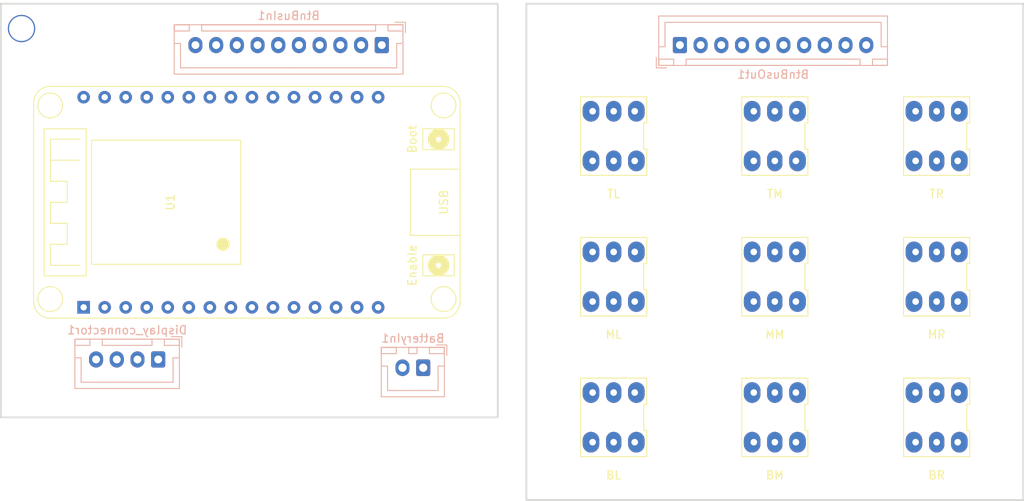
<source format=kicad_pcb>
(kicad_pcb (version 20241229) (generator "pcbnew") (generator_version "9.0")
  (layers (0 "F.Cu" signal) (2 "B.Cu" signal) (13 "F.Paste" user) (15 "B.Paste" user) (5 "F.SilkS" user "F.Silkscreen") (7 "B.SilkS" user "B.Silkscreen") (1 "F.Mask" user) (3 "B.Mask" user) (25 "Edge.Cuts" user))
  (net 0 "")
  (net 6 "GND")
  (net 22 "unconnected-(Display_connector1-SDA-Pad4)")
  (net 25 "GND1")
  (net 62 "Net-(BtnBusOut1-BR)")
  (net 63 "Net-(BtnBusIn1-TL)")
  (net 64 "Net-(BtnBusIn1-BL)")
  (net 65 "Net-(BtnBusIn1-ML)")
  (net 66 "Net-(BtnBusIn1-MR)")
  (net 67 "Net-(BtnBusIn1-TR)")
  (net 68 "Net-(BtnBusIn1-BR)")
  (net 69 "Net-(BtnBusIn1-MM)")
  (net 70 "Net-(BtnBusIn1-TM)")
  (net 71 "Net-(BtnBusIn1-BM)")
  (net 72 "Net-(BtnBusOut1-TR)")
  (net 73 "Net-(BtnBusOut1-TL)")
  (net 74 "Net-(BtnBusOut1-MR)")
  (net 75 "Net-(BtnBusOut1-MM)")
  (net 76 "Net-(BtnBusOut1-ML)")
  (net 77 "Net-(BtnBusOut1-TM)")
  (net 78 "Net-(BtnBusOut1-BM)")
  (net 79 "Net-(BtnBusOut1-BL)")
  (footprint "SW_DPDT_XLX:SW_DPDT_XLX" (layer "F.Cu") (at 105.46 62 180)
    (property "Reference" "BtnBM1" (hide yes))
    (property "Value" "BM" (at 0 -6.985 0) (layer "F.SilkS"))
    (fp_line (start 3.99 -4.75) (end -3.989999 -4.75) (stroke (width 0.12)) (layer "F.SilkS"))
    (fp_line (start 3.989999 4.75) (end 3.99 -4.75) (stroke (width 0.12)) (layer "F.SilkS"))
    (fp_line (start -3.63 1.583333) (end -3.99 1.583333) (stroke (width 0.12)) (layer "F.SilkS"))
    (fp_line (start -3.63 -1.583333) (end -3.63 1.583333) (stroke (width 0.12)) (layer "F.SilkS"))
    (fp_line (start -3.989999 -4.75) (end -3.99 -1.583333) (stroke (width 0.12)) (layer "F.SilkS"))
    (fp_line (start -3.99 4.75) (end 3.989999 4.75) (stroke (width 0.12)) (layer "F.SilkS"))
    (fp_line (start -3.99 1.583333) (end -3.99 4.75) (stroke (width 0.12)) (layer "F.SilkS"))
    (fp_line (start -3.99 -1.583333) (end -3.63 -1.583333) (stroke (width 0.12)) (layer "F.SilkS"))
    (pad "1" thru_hole oval (at -2.54 3 180) (size 2 2.5) (drill 0.8 (offset -0.2 0)) (layers "*.Cu"))
    (pad "2" thru_hole oval (at 0 3 180) (size 1.85 2.5) (drill 0.8) (layers "*.Cu") (net 78 "Net-(BtnBusOut1-BM)"))
    (pad "3" thru_hole oval (at 2.54 3 180) (size 2 2.5) (drill 0.8 (offset 0.2 0)) (layers "*.Cu") (net 25 "GND1"))
    (pad "4" thru_hole oval (at 2.54 -3 180) (size 2 2.5) (drill 0.8 (offset 0.2 0)) (layers "*.Cu"))
    (pad "5" thru_hole oval (at 0 -3 180) (size 1.85 2.5) (drill 0.8) (layers "*.Cu"))
    (pad "6" thru_hole oval (at -2.54 -3 180) (size 2 2.5) (drill 0.8 (offset -0.2 0)) (layers "*.Cu"))
  )
  (footprint "SW_DPDT_XLX:SW_DPDT_XLX" (layer "F.Cu") (at 86 45 180)
    (property "Reference" "BtnML1" (hide yes))
    (property "Value" "ML" (at 0 -6.985 0) (layer "F.SilkS"))
    (fp_line (start 3.99 -4.75) (end -3.989999 -4.75) (stroke (width 0.12)) (layer "F.SilkS"))
    (fp_line (start 3.989999 4.75) (end 3.99 -4.75) (stroke (width 0.12)) (layer "F.SilkS"))
    (fp_line (start -3.63 1.583333) (end -3.99 1.583333) (stroke (width 0.12)) (layer "F.SilkS"))
    (fp_line (start -3.63 -1.583333) (end -3.63 1.583333) (stroke (width 0.12)) (layer "F.SilkS"))
    (fp_line (start -3.989999 -4.75) (end -3.99 -1.583333) (stroke (width 0.12)) (layer "F.SilkS"))
    (fp_line (start -3.99 4.75) (end 3.989999 4.75) (stroke (width 0.12)) (layer "F.SilkS"))
    (fp_line (start -3.99 1.583333) (end -3.99 4.75) (stroke (width 0.12)) (layer "F.SilkS"))
    (fp_line (start -3.99 -1.583333) (end -3.63 -1.583333) (stroke (width 0.12)) (layer "F.SilkS"))
    (pad "1" thru_hole oval (at -2.54 3 180) (size 2 2.5) (drill 0.8 (offset -0.2 0)) (layers "*.Cu"))
    (pad "2" thru_hole oval (at 0 3 180) (size 1.85 2.5) (drill 0.8) (layers "*.Cu") (net 76 "Net-(BtnBusOut1-ML)"))
    (pad "3" thru_hole oval (at 2.54 3 180) (size 2 2.5) (drill 0.8 (offset 0.2 0)) (layers "*.Cu") (net 25 "GND1"))
    (pad "4" thru_hole oval (at 2.54 -3 180) (size 2 2.5) (drill 0.8 (offset 0.2 0)) (layers "*.Cu"))
    (pad "5" thru_hole oval (at 0 -3 180) (size 1.85 2.5) (drill 0.8) (layers "*.Cu"))
    (pad "6" thru_hole oval (at -2.54 -3 180) (size 2 2.5) (drill 0.8 (offset -0.2 0)) (layers "*.Cu"))
  )
  (footprint "SW_DPDT_XLX:SW_DPDT_XLX" (layer "F.Cu") (at 125 45 180)
    (property "Reference" "BtnMR1" (hide yes))
    (property "Value" "MR" (at 0 -6.985 0) (layer "F.SilkS"))
    (fp_line (start 3.99 -4.75) (end -3.989999 -4.75) (stroke (width 0.12)) (layer "F.SilkS"))
    (fp_line (start 3.989999 4.75) (end 3.99 -4.75) (stroke (width 0.12)) (layer "F.SilkS"))
    (fp_line (start -3.63 1.583333) (end -3.99 1.583333) (stroke (width 0.12)) (layer "F.SilkS"))
    (fp_line (start -3.63 -1.583333) (end -3.63 1.583333) (stroke (width 0.12)) (layer "F.SilkS"))
    (fp_line (start -3.989999 -4.75) (end -3.99 -1.583333) (stroke (width 0.12)) (layer "F.SilkS"))
    (fp_line (start -3.99 4.75) (end 3.989999 4.75) (stroke (width 0.12)) (layer "F.SilkS"))
    (fp_line (start -3.99 1.583333) (end -3.99 4.75) (stroke (width 0.12)) (layer "F.SilkS"))
    (fp_line (start -3.99 -1.583333) (end -3.63 -1.583333) (stroke (width 0.12)) (layer "F.SilkS"))
    (pad "1" thru_hole oval (at -2.54 3 180) (size 2 2.5) (drill 0.8 (offset -0.2 0)) (layers "*.Cu"))
    (pad "2" thru_hole oval (at 0 3 180) (size 1.85 2.5) (drill 0.8) (layers "*.Cu") (net 74 "Net-(BtnBusOut1-MR)"))
    (pad "3" thru_hole oval (at 2.54 3 180) (size 2 2.5) (drill 0.8 (offset 0.2 0)) (layers "*.Cu") (net 25 "GND1"))
    (pad "4" thru_hole oval (at 2.54 -3 180) (size 2 2.5) (drill 0.8 (offset 0.2 0)) (layers "*.Cu"))
    (pad "5" thru_hole oval (at 0 -3 180) (size 1.85 2.5) (drill 0.8) (layers "*.Cu"))
    (pad "6" thru_hole oval (at -2.54 -3 180) (size 2 2.5) (drill 0.8 (offset -0.2 0)) (layers "*.Cu"))
  )
  (footprint "SW_DPDT_XLX:SW_DPDT_XLX" (layer "F.Cu") (at 105.46 28 180)
    (property "Reference" "BtnTM1" (hide yes))
    (property "Value" "TM" (at 0 -6.985 0) (layer "F.SilkS"))
    (fp_line (start 3.99 -4.75) (end -3.989999 -4.75) (stroke (width 0.12)) (layer "F.SilkS"))
    (fp_line (start 3.989999 4.75) (end 3.99 -4.75) (stroke (width 0.12)) (layer "F.SilkS"))
    (fp_line (start -3.63 1.583333) (end -3.99 1.583333) (stroke (width 0.12)) (layer "F.SilkS"))
    (fp_line (start -3.63 -1.583333) (end -3.63 1.583333) (stroke (width 0.12)) (layer "F.SilkS"))
    (fp_line (start -3.989999 -4.75) (end -3.99 -1.583333) (stroke (width 0.12)) (layer "F.SilkS"))
    (fp_line (start -3.99 4.75) (end 3.989999 4.75) (stroke (width 0.12)) (layer "F.SilkS"))
    (fp_line (start -3.99 1.583333) (end -3.99 4.75) (stroke (width 0.12)) (layer "F.SilkS"))
    (fp_line (start -3.99 -1.583333) (end -3.63 -1.583333) (stroke (width 0.12)) (layer "F.SilkS"))
    (pad "1" thru_hole oval (at -2.54 3 180) (size 2 2.5) (drill 0.8 (offset -0.2 0)) (layers "*.Cu"))
    (pad "2" thru_hole oval (at 0 3 180) (size 1.85 2.5) (drill 0.8) (layers "*.Cu") (net 77 "Net-(BtnBusOut1-TM)"))
    (pad "3" thru_hole oval (at 2.54 3 180) (size 2 2.5) (drill 0.8 (offset 0.2 0)) (layers "*.Cu") (net 25 "GND1"))
    (pad "4" thru_hole oval (at 2.54 -3 180) (size 2 2.5) (drill 0.8 (offset 0.2 0)) (layers "*.Cu"))
    (pad "5" thru_hole oval (at 0 -3 180) (size 1.85 2.5) (drill 0.8) (layers "*.Cu"))
    (pad "6" thru_hole oval (at -2.54 -3 180) (size 2 2.5) (drill 0.8 (offset -0.2 0)) (layers "*.Cu"))
  )
  (footprint "SW_DPDT_XLX:SW_DPDT_XLX" (layer "F.Cu") (at 86 28 180)
    (property "Reference" "BtnTL1" (hide yes))
    (property "Value" "TL" (at 0 -6.985 0) (layer "F.SilkS"))
    (fp_line (start 3.99 -4.75) (end -3.989999 -4.75) (stroke (width 0.12)) (layer "F.SilkS"))
    (fp_line (start 3.989999 4.75) (end 3.99 -4.75) (stroke (width 0.12)) (layer "F.SilkS"))
    (fp_line (start -3.63 1.583333) (end -3.99 1.583333) (stroke (width 0.12)) (layer "F.SilkS"))
    (fp_line (start -3.63 -1.583333) (end -3.63 1.583333) (stroke (width 0.12)) (layer "F.SilkS"))
    (fp_line (start -3.989999 -4.75) (end -3.99 -1.583333) (stroke (width 0.12)) (layer "F.SilkS"))
    (fp_line (start -3.99 4.75) (end 3.989999 4.75) (stroke (width 0.12)) (layer "F.SilkS"))
    (fp_line (start -3.99 1.583333) (end -3.99 4.75) (stroke (width 0.12)) (layer "F.SilkS"))
    (fp_line (start -3.99 -1.583333) (end -3.63 -1.583333) (stroke (width 0.12)) (layer "F.SilkS"))
    (pad "1" thru_hole oval (at -2.54 3 180) (size 2 2.5) (drill 0.8 (offset -0.2 0)) (layers "*.Cu"))
    (pad "2" thru_hole oval (at 0 3 180) (size 1.85 2.5) (drill 0.8) (layers "*.Cu") (net 73 "Net-(BtnBusOut1-TL)"))
    (pad "3" thru_hole oval (at 2.54 3 180) (size 2 2.5) (drill 0.8 (offset 0.2 0)) (layers "*.Cu") (net 25 "GND1"))
    (pad "4" thru_hole oval (at 2.54 -3 180) (size 2 2.5) (drill 0.8 (offset 0.2 0)) (layers "*.Cu"))
    (pad "5" thru_hole oval (at 0 -3 180) (size 1.85 2.5) (drill 0.8) (layers "*.Cu"))
    (pad "6" thru_hole oval (at -2.54 -3 180) (size 2 2.5) (drill 0.8 (offset -0.2 0)) (layers "*.Cu"))
  )
  (footprint "SW_DPDT_XLX:SW_DPDT_XLX" (layer "F.Cu") (at 86 62 180)
    (property "Reference" "BtnBL1" (hide yes))
    (property "Value" "BL" (at 0 -6.985 0) (layer "F.SilkS"))
    (fp_line (start 3.99 -4.75) (end -3.989999 -4.75) (stroke (width 0.12)) (layer "F.SilkS"))
    (fp_line (start 3.989999 4.75) (end 3.99 -4.75) (stroke (width 0.12)) (layer "F.SilkS"))
    (fp_line (start -3.63 1.583333) (end -3.99 1.583333) (stroke (width 0.12)) (layer "F.SilkS"))
    (fp_line (start -3.63 -1.583333) (end -3.63 1.583333) (stroke (width 0.12)) (layer "F.SilkS"))
    (fp_line (start -3.989999 -4.75) (end -3.99 -1.583333) (stroke (width 0.12)) (layer "F.SilkS"))
    (fp_line (start -3.99 4.75) (end 3.989999 4.75) (stroke (width 0.12)) (layer "F.SilkS"))
    (fp_line (start -3.99 1.583333) (end -3.99 4.75) (stroke (width 0.12)) (layer "F.SilkS"))
    (fp_line (start -3.99 -1.583333) (end -3.63 -1.583333) (stroke (width 0.12)) (layer "F.SilkS"))
    (pad "1" thru_hole oval (at -2.54 3 180) (size 2 2.5) (drill 0.8 (offset -0.2 0)) (layers "*.Cu"))
    (pad "2" thru_hole oval (at 0 3 180) (size 1.85 2.5) (drill 0.8) (layers "*.Cu") (net 79 "Net-(BtnBusOut1-BL)"))
    (pad "3" thru_hole oval (at 2.54 3 180) (size 2 2.5) (drill 0.8 (offset 0.2 0)) (layers "*.Cu") (net 25 "GND1"))
    (pad "4" thru_hole oval (at 2.54 -3 180) (size 2 2.5) (drill 0.8 (offset 0.2 0)) (layers "*.Cu"))
    (pad "5" thru_hole oval (at 0 -3 180) (size 1.85 2.5) (drill 0.8) (layers "*.Cu"))
    (pad "6" thru_hole oval (at -2.54 -3 180) (size 2 2.5) (drill 0.8 (offset -0.2 0)) (layers "*.Cu"))
  )
  (footprint "SW_DPDT_XLX:SW_DPDT_XLX" (layer "F.Cu") (at 125 62 180)
    (property "Reference" "BtnBR1" (hide yes))
    (property "Value" "BR" (at 0 -6.985 0) (layer "F.SilkS"))
    (fp_line (start 3.99 -4.75) (end -3.989999 -4.75) (stroke (width 0.12)) (layer "F.SilkS"))
    (fp_line (start 3.989999 4.75) (end 3.99 -4.75) (stroke (width 0.12)) (layer "F.SilkS"))
    (fp_line (start -3.63 1.583333) (end -3.99 1.583333) (stroke (width 0.12)) (layer "F.SilkS"))
    (fp_line (start -3.63 -1.583333) (end -3.63 1.583333) (stroke (width 0.12)) (layer "F.SilkS"))
    (fp_line (start -3.989999 -4.75) (end -3.99 -1.583333) (stroke (width 0.12)) (layer "F.SilkS"))
    (fp_line (start -3.99 4.75) (end 3.989999 4.75) (stroke (width 0.12)) (layer "F.SilkS"))
    (fp_line (start -3.99 1.583333) (end -3.99 4.75) (stroke (width 0.12)) (layer "F.SilkS"))
    (fp_line (start -3.99 -1.583333) (end -3.63 -1.583333) (stroke (width 0.12)) (layer "F.SilkS"))
    (pad "1" thru_hole oval (at -2.54 3 180) (size 2 2.5) (drill 0.8 (offset -0.2 0)) (layers "*.Cu"))
    (pad "2" thru_hole oval (at 0 3 180) (size 1.85 2.5) (drill 0.8) (layers "*.Cu") (net 62 "Net-(BtnBusOut1-BR)"))
    (pad "3" thru_hole oval (at 2.54 3 180) (size 2 2.5) (drill 0.8 (offset 0.2 0)) (layers "*.Cu") (net 25 "GND1"))
    (pad "4" thru_hole oval (at 2.54 -3 180) (size 2 2.5) (drill 0.8 (offset 0.2 0)) (layers "*.Cu"))
    (pad "5" thru_hole oval (at 0 -3 180) (size 1.85 2.5) (drill 0.8) (layers "*.Cu"))
    (pad "6" thru_hole oval (at -2.54 -3 180) (size 2 2.5) (drill 0.8 (offset -0.2 0)) (layers "*.Cu"))
  )
  (footprint "SW_DPDT_XLX:SW_DPDT_XLX" (layer "F.Cu") (at 125 28 180)
    (property "Reference" "BtnTR1" (hide yes))
    (property "Value" "TR" (at 0 -6.985 0) (layer "F.SilkS"))
    (fp_line (start 3.99 -4.75) (end -3.989999 -4.75) (stroke (width 0.12)) (layer "F.SilkS"))
    (fp_line (start 3.989999 4.75) (end 3.99 -4.75) (stroke (width 0.12)) (layer "F.SilkS"))
    (fp_line (start -3.63 1.583333) (end -3.99 1.583333) (stroke (width 0.12)) (layer "F.SilkS"))
    (fp_line (start -3.63 -1.583333) (end -3.63 1.583333) (stroke (width 0.12)) (layer "F.SilkS"))
    (fp_line (start -3.989999 -4.75) (end -3.99 -1.583333) (stroke (width 0.12)) (layer "F.SilkS"))
    (fp_line (start -3.99 4.75) (end 3.989999 4.75) (stroke (width 0.12)) (layer "F.SilkS"))
    (fp_line (start -3.99 1.583333) (end -3.99 4.75) (stroke (width 0.12)) (layer "F.SilkS"))
    (fp_line (start -3.99 -1.583333) (end -3.63 -1.583333) (stroke (width 0.12)) (layer "F.SilkS"))
    (pad "1" thru_hole oval (at -2.54 3 180) (size 2 2.5) (drill 0.8 (offset -0.2 0)) (layers "*.Cu"))
    (pad "2" thru_hole oval (at 0 3 180) (size 1.85 2.5) (drill 0.8) (layers "*.Cu") (net 72 "Net-(BtnBusOut1-TR)"))
    (pad "3" thru_hole oval (at 2.54 3 180) (size 2 2.5) (drill 0.8 (offset 0.2 0)) (layers "*.Cu") (net 25 "GND1"))
    (pad "4" thru_hole oval (at 2.54 -3 180) (size 2 2.5) (drill 0.8 (offset 0.2 0)) (layers "*.Cu"))
    (pad "5" thru_hole oval (at 0 -3 180) (size 1.85 2.5) (drill 0.8) (layers "*.Cu"))
    (pad "6" thru_hole oval (at -2.54 -3 180) (size 2 2.5) (drill 0.8 (offset -0.2 0)) (layers "*.Cu"))
  )
  (footprint "ESP32_DevKit_V1_DOIT:esp32_devkit_v1_doit" (layer "F.Cu") (at 22 36 90)
    (property "Reference" "U1" (at 0 10.47 90) (layer "F.SilkS"))
    (property "Value" "ESP32_DevKit_V1_DOIT")
    (fp_line (start -12 -6.04) (end 12 -6.04) (stroke (width 0.12)) (layer "F.SilkS"))
    (fp_line (start 8.89 -4.77) (end 8.89 0.31) (stroke (width 0.12)) (layer "F.SilkS"))
    (fp_line (start -8.89 -4.77) (end 8.89 -4.77) (stroke (width 0.12)) (layer "F.SilkS"))
    (fp_line (start -14 -4.04) (end -14 43.46) (stroke (width 0.12)) (layer "F.SilkS"))
    (fp_line (start 7.62 -4.008) (end 7.62 -0.452) (stroke (width 0.12)) (layer "F.SilkS"))
    (fp_line (start 5.08 -4.008) (end 5.08 -0.452) (stroke (width 0.12)) (layer "F.SilkS"))
    (fp_line (start 2.54 -4.008) (end 7.62 -4.008) (stroke (width 0.12)) (layer "F.SilkS"))
    (fp_line (start 0 -4.008) (end 0 -1.976) (stroke (width 0.12)) (layer "F.SilkS"))
    (fp_line (start -2.54 -4.008) (end 0 -4.008) (stroke (width 0.12)) (layer "F.SilkS"))
    (fp_line (start -5.08 -4.008) (end -5.08 -1.976) (stroke (width 0.12)) (layer "F.SilkS"))
    (fp_line (start -7.62 -4.008) (end -5.08 -4.008) (stroke (width 0.12)) (layer "F.SilkS"))
    (fp_line (start 2.54 -1.976) (end 2.54 -4.008) (stroke (width 0.12)) (layer "F.SilkS"))
    (fp_line (start 0 -1.976) (end 2.54 -1.976) (stroke (width 0.12)) (layer "F.SilkS"))
    (fp_line (start -2.54 -1.976) (end -2.54 -4.008) (stroke (width 0.12)) (layer "F.SilkS"))
    (fp_line (start -5.08 -1.976) (end -2.54 -1.976) (stroke (width 0.12)) (layer "F.SilkS"))
    (fp_line (start -7.62 -0.452) (end -7.62 -4.008) (stroke (width 0.12)) (layer "F.SilkS"))
    (fp_line (start 8.89 0.31) (end -8.89 0.31) (stroke (width 0.12)) (layer "F.SilkS"))
    (fp_line (start -8.89 0.31) (end -8.89 -4.77) (stroke (width 0.12)) (layer "F.SilkS"))
    (fp_line (start 7.5 0.96) (end 7.5 18.96) (stroke (width 0.12)) (layer "F.SilkS"))
    (fp_line (start -7.5 0.96) (end 7.5 0.96) (stroke (width 0.12)) (layer "F.SilkS"))
    (fp_line (start 7.5 18.96) (end -7.5 18.96) (stroke (width 0.12)) (layer "F.SilkS"))
    (fp_line (start -7.5 18.96) (end -7.5 0.96) (stroke (width 0.12)) (layer "F.SilkS"))
    (fp_line (start 4 39.46) (end 4 45.46) (stroke (width 0.12)) (layer "F.SilkS"))
    (fp_line (start -4 39.46) (end 4 39.46) (stroke (width 0.12)) (layer "F.SilkS"))
    (fp_line (start -4 39.46) (end -4 45.46) (stroke (width 0.12)) (layer "F.SilkS"))
    (fp_line (start 8.89 40.95) (end 8.89 44.76) (stroke (width 0.12)) (layer "F.SilkS"))
    (fp_line (start 6.35 40.95) (end 8.89 40.95) (stroke (width 0.12)) (layer "F.SilkS"))
    (fp_line (start -6.35 40.95) (end -6.35 44.76) (stroke (width 0.12)) (layer "F.SilkS"))
    (fp_line (start -8.89 40.95) (end -6.35 40.95) (stroke (width 0.12)) (layer "F.SilkS"))
    (fp_line (start 14 43.46) (end 14 -4.04) (stroke (width 0.12)) (layer "F.SilkS"))
    (fp_line (start 8.89 44.76) (end 6.35 44.76) (stroke (width 0.12)) (layer "F.SilkS"))
    (fp_line (start 6.35 44.76) (end 6.35 40.95) (stroke (width 0.12)) (layer "F.SilkS"))
    (fp_line (start -6.35 44.76) (end -8.89 44.76) (stroke (width 0.12)) (layer "F.SilkS"))
    (fp_line (start -8.89 44.76) (end -8.89 40.95) (stroke (width 0.12)) (layer "F.SilkS"))
    (fp_line (start -12 45.46) (end 12 45.46) (stroke (width 0.12)) (layer "F.SilkS"))
    (fp_arc (start 12 -6.04) (mid 13.414214 -5.454214) (end 14 -4.04) (stroke (width 0.12)) (layer "F.SilkS"))
    (fp_arc (start -14 -4.04) (mid -13.414214 -5.454214) (end -12 -6.04) (stroke (width 0.12)) (layer "F.SilkS"))
    (fp_arc (start 14 43.46) (mid 13.414214 44.874214) (end 12 45.46) (stroke (width 0.12)) (layer "F.SilkS"))
    (fp_arc (start -12 45.46) (mid -13.414214 44.874214) (end -14 43.46) (stroke (width 0.12)) (layer "F.SilkS"))
    (fp_circle (center 11.7 -4.04) (end 13.2 -4.04) (stroke (width 0.12)) (fill no) (layer "F.SilkS"))
    (fp_circle (center -11.7 -4.04) (end -10.2 -4.04) (stroke (width 0.12)) (fill no) (layer "F.SilkS"))
    (fp_circle (center -5.08 16.82) (end -4.68 16.82) (stroke (width 0.8)) (fill no) (layer "F.SilkS"))
    (fp_circle (center 7.62 42.855) (end 7.92 42.855) (stroke (width 1)) (fill no) (layer "F.SilkS"))
    (fp_circle (center -7.62 42.855) (end -7.32 42.855) (stroke (width 1)) (fill no) (layer "F.SilkS"))
    (fp_circle (center 11.7 43.46) (end 13.2 43.46) (stroke (width 0.12)) (fill no) (layer "F.SilkS"))
    (fp_circle (center -11.7 43.46) (end -10.2 43.46) (stroke (width 0.12)) (fill no) (layer "F.SilkS"))
    (fp_text user "USB" (at 0 43.49 90) (layer "F.SilkS"))
    (fp_text user "Boot" (at 7.62 39.68 90) (layer "F.SilkS"))
    (fp_text user "Enable" (at -7.62 39.68 90) (layer "F.SilkS"))
    (pad "1" thru_hole rect (at -12.7 0 90) (size 1.524 1.524) (drill 0.762) (layers "*.Cu" "*.Mask"))
    (pad "2" thru_hole circle (at -12.7 2.54 90) (size 1.524 1.524) (drill 0.762) (layers "*.Cu" "*.Mask"))
    (pad "3" thru_hole circle (at -12.7 5.08 90) (size 1.524 1.524) (drill 0.762) (layers "*.Cu" "*.Mask"))
    (pad "4" thru_hole circle (at -12.7 7.62 90) (size 1.524 1.524) (drill 0.762) (layers "*.Cu" "*.Mask"))
    (pad "5" thru_hole circle (at -12.7 10.16 90) (size 1.524 1.524) (drill 0.762) (layers "*.Cu" "*.Mask"))
    (pad "6" thru_hole circle (at -12.7 12.7 90) (size 1.524 1.524) (drill 0.762) (layers "*.Cu" "*.Mask"))
    (pad "7" thru_hole circle (at -12.7 15.24 90) (size 1.524 1.524) (drill 0.762) (layers "*.Cu" "*.Mask"))
    (pad "8" thru_hole circle (at -12.7 17.78 90) (size 1.524 1.524) (drill 0.762) (layers "*.Cu" "*.Mask"))
    (pad "9" thru_hole circle (at -12.7 20.32 90) (size 1.524 1.524) (drill 0.762) (layers "*.Cu" "*.Mask"))
    (pad "10" thru_hole circle (at -12.7 22.86 90) (size 1.524 1.524) (drill 0.762) (layers "*.Cu" "*.Mask"))
    (pad "11" thru_hole circle (at -12.7 25.4 90) (size 1.524 1.524) (drill 0.762) (layers "*.Cu" "*.Mask"))
    (pad "12" thru_hole circle (at -12.7 27.94 90) (size 1.524 1.524) (drill 0.762) (layers "*.Cu" "*.Mask"))
    (pad "13" thru_hole circle (at -12.7 30.48 90) (size 1.524 1.524) (drill 0.762) (layers "*.Cu" "*.Mask"))
    (pad "14" thru_hole circle (at -12.7 33.02 90) (size 1.524 1.524) (drill 0.762) (layers "*.Cu" "*.Mask") (net 6 "GND"))
    (pad "15" thru_hole circle (at -12.7 35.56 90) (size 1.524 1.524) (drill 0.762) (layers "*.Cu" "*.Mask"))
    (pad "16" thru_hole circle (at 12.7 35.56 90) (size 1.524 1.524) (drill 0.762) (layers "*.Cu" "*.Mask"))
    (pad "17" thru_hole circle (at 12.7 33.02 90) (size 1.524 1.524) (drill 0.762) (layers "*.Cu" "*.Mask") (net 6 "GND"))
    (pad "18" thru_hole circle (at 12.7 30.48 90) (size 1.524 1.524) (drill 0.762) (layers "*.Cu" "*.Mask") (net 63 "Net-(BtnBusIn1-TL)"))
    (pad "19" thru_hole circle (at 12.7 27.94 90) (size 1.524 1.524) (drill 0.762) (layers "*.Cu" "*.Mask"))
    (pad "20" thru_hole circle (at 12.7 25.4 90) (size 1.524 1.524) (drill 0.762) (layers "*.Cu" "*.Mask") (net 70 "Net-(BtnBusIn1-TM)"))
    (pad "21" thru_hole circle (at 12.7 22.86 90) (size 1.524 1.524) (drill 0.762) (layers "*.Cu" "*.Mask") (net 67 "Net-(BtnBusIn1-TR)"))
    (pad "22" thru_hole circle (at 12.7 20.32 90) (size 1.524 1.524) (drill 0.762) (layers "*.Cu" "*.Mask") (net 65 "Net-(BtnBusIn1-ML)"))
    (pad "23" thru_hole circle (at 12.7 17.78 90) (size 1.524 1.524) (drill 0.762) (layers "*.Cu" "*.Mask") (net 69 "Net-(BtnBusIn1-MM)"))
    (pad "24" thru_hole circle (at 12.7 15.24 90) (size 1.524 1.524) (drill 0.762) (layers "*.Cu" "*.Mask") (net 66 "Net-(BtnBusIn1-MR)"))
    (pad "25" thru_hole circle (at 12.7 12.7 90) (size 1.524 1.524) (drill 0.762) (layers "*.Cu" "*.Mask") (net 64 "Net-(BtnBusIn1-BL)"))
    (pad "26" thru_hole circle (at 12.7 10.16 90) (size 1.524 1.524) (drill 0.762) (layers "*.Cu" "*.Mask") (net 71 "Net-(BtnBusIn1-BM)"))
    (pad "27" thru_hole circle (at 12.7 7.62 90) (size 1.524 1.524) (drill 0.762) (layers "*.Cu" "*.Mask"))
    (pad "28" thru_hole circle (at 12.7 5.08 90) (size 1.524 1.524) (drill 0.762) (layers "*.Cu" "*.Mask"))
    (pad "29" thru_hole circle (at 12.7 2.54 90) (size 1.524 1.524) (drill 0.762) (layers "*.Cu" "*.Mask") (net 68 "Net-(BtnBusIn1-BR)"))
    (pad "30" thru_hole circle (at 12.7 0 90) (size 1.524 1.524) (drill 0.762) (layers "*.Cu" "*.Mask"))
  )
  (footprint "SW_DPDT_XLX:SW_DPDT_XLX" (layer "F.Cu") (at 105.46 45 180)
    (property "Reference" "BtnMM1" (hide yes))
    (property "Value" "MM" (at 0 -6.985 0) (layer "F.SilkS"))
    (fp_line (start 3.99 -4.75) (end -3.989999 -4.75) (stroke (width 0.12)) (layer "F.SilkS"))
    (fp_line (start 3.989999 4.75) (end 3.99 -4.75) (stroke (width 0.12)) (layer "F.SilkS"))
    (fp_line (start -3.63 1.583333) (end -3.99 1.583333) (stroke (width 0.12)) (layer "F.SilkS"))
    (fp_line (start -3.63 -1.583333) (end -3.63 1.583333) (stroke (width 0.12)) (layer "F.SilkS"))
    (fp_line (start -3.989999 -4.75) (end -3.99 -1.583333) (stroke (width 0.12)) (layer "F.SilkS"))
    (fp_line (start -3.99 4.75) (end 3.989999 4.75) (stroke (width 0.12)) (layer "F.SilkS"))
    (fp_line (start -3.99 1.583333) (end -3.99 4.75) (stroke (width 0.12)) (layer "F.SilkS"))
    (fp_line (start -3.99 -1.583333) (end -3.63 -1.583333) (stroke (width 0.12)) (layer "F.SilkS"))
    (pad "1" thru_hole oval (at -2.54 3 180) (size 2 2.5) (drill 0.8 (offset -0.2 0)) (layers "*.Cu"))
    (pad "2" thru_hole oval (at 0 3 180) (size 1.85 2.5) (drill 0.8) (layers "*.Cu") (net 75 "Net-(BtnBusOut1-MM)"))
    (pad "3" thru_hole oval (at 2.54 3 180) (size 2 2.5) (drill 0.8 (offset 0.2 0)) (layers "*.Cu") (net 25 "GND1"))
    (pad "4" thru_hole oval (at 2.54 -3 180) (size 2 2.5) (drill 0.8 (offset 0.2 0)) (layers "*.Cu"))
    (pad "5" thru_hole oval (at 0 -3 180) (size 1.85 2.5) (drill 0.8) (layers "*.Cu"))
    (pad "6" thru_hole oval (at -2.54 -3 180) (size 2 2.5) (drill 0.8 (offset -0.2 0)) (layers "*.Cu"))
  )
  (footprint "Connector_JST:JST_XH_B2B-XH-A_1x02_P2.50mm_Vertical" (layer "B.Cu") (at 63 56 180)
    (property "Reference" "BatteryIn1" (at 1.25 3.55 0) (layer "B.SilkS") (effects (justify mirror)))
    (property "Value" "Conn_01x02_Socket")
    (fp_line (start 5.06 2.46) (end -2.56 2.46) (stroke (width 0.12)) (layer "B.SilkS"))
    (fp_line (start 5.06 -3.51) (end 5.06 2.46) (stroke (width 0.12)) (layer "B.SilkS"))
    (fp_line (start 5.05 2.45) (end 3.25 2.45) (stroke (width 0.12)) (layer "B.SilkS"))
    (fp_line (start 5.05 1.7) (end 5.05 2.45) (stroke (width 0.12)) (layer "B.SilkS"))
    (fp_line (start 5.05 0.2) (end 4.3 0.2) (stroke (width 0.12)) (layer "B.SilkS"))
    (fp_line (start 4.3 0.2) (end 4.3 -2.75) (stroke (width 0.12)) (layer "B.SilkS"))
    (fp_line (start 4.3 -2.75) (end 1.25 -2.75) (stroke (width 0.12)) (layer "B.SilkS"))
    (fp_line (start 3.25 2.45) (end 3.25 1.7) (stroke (width 0.12)) (layer "B.SilkS"))
    (fp_line (start 3.25 1.7) (end 5.05 1.7) (stroke (width 0.12)) (layer "B.SilkS"))
    (fp_line (start 1.75 2.45) (end 0.75 2.45) (stroke (width 0.12)) (layer "B.SilkS"))
    (fp_line (start 1.75 1.7) (end 1.75 2.45) (stroke (width 0.12)) (layer "B.SilkS"))
    (fp_line (start 0.75 2.45) (end 0.75 1.7) (stroke (width 0.12)) (layer "B.SilkS"))
    (fp_line (start 0.75 1.7) (end 1.75 1.7) (stroke (width 0.12)) (layer "B.SilkS"))
    (fp_line (start -0.75 2.45) (end -2.55 2.45) (stroke (width 0.12)) (layer "B.SilkS"))
    (fp_line (start -0.75 1.7) (end -0.75 2.45) (stroke (width 0.12)) (layer "B.SilkS"))
    (fp_line (start -1.6 2.75) (end -2.85 2.75) (stroke (width 0.12)) (layer "B.SilkS"))
    (fp_line (start -1.8 0.2) (end -1.8 -2.75) (stroke (width 0.12)) (layer "B.SilkS"))
    (fp_line (start -1.8 -2.75) (end 1.25 -2.75) (stroke (width 0.12)) (layer "B.SilkS"))
    (fp_line (start -2.55 2.45) (end -2.55 1.7) (stroke (width 0.12)) (layer "B.SilkS"))
    (fp_line (start -2.55 1.7) (end -0.75 1.7) (stroke (width 0.12)) (layer "B.SilkS"))
    (fp_line (start -2.55 0.2) (end -1.8 0.2) (stroke (width 0.12)) (layer "B.SilkS"))
    (fp_line (start -2.56 2.46) (end -2.56 -3.51) (stroke (width 0.12)) (layer "B.SilkS"))
    (fp_line (start -2.56 -3.51) (end 5.06 -3.51) (stroke (width 0.12)) (layer "B.SilkS"))
    (fp_line (start -2.85 2.75) (end -2.85 1.5) (stroke (width 0.12)) (layer "B.SilkS"))
    (pad "1" thru_hole roundrect (at 0 0 180) (size 1.7 2) (drill 1) (layers "*.Cu" "*.Mask") (roundrect_rratio 0.147059) (net 6 "GND"))
    (pad "2" thru_hole oval (at 2.5 0 180) (size 1.7 2) (drill 1) (layers "*.Cu" "*.Mask"))
  )
  (footprint "Connector_JST:JST_XH_B10B-XH-A_1x10_P2.50mm_Vertical" (layer "B.Cu") (at 94 17)
    (property "Reference" "BtnBusOut1" (at 11.25 3.55 0) (layer "B.SilkS") (effects (justify mirror)))
    (property "Value" "BtnBusOut")
    (fp_line (start -2.85 2.75) (end -2.85 1.5) (stroke (width 0.12)) (layer "B.SilkS"))
    (fp_line (start -2.56 -3.51) (end 25.06 -3.51) (stroke (width 0.12)) (layer "B.SilkS"))
    (fp_line (start -2.56 2.46) (end -2.56 -3.51) (stroke (width 0.12)) (layer "B.SilkS"))
    (fp_line (start -2.55 0.2) (end -1.8 0.2) (stroke (width 0.12)) (layer "B.SilkS"))
    (fp_line (start -2.55 1.7) (end -0.75 1.7) (stroke (width 0.12)) (layer "B.SilkS"))
    (fp_line (start -2.55 2.45) (end -2.55 1.7) (stroke (width 0.12)) (layer "B.SilkS"))
    (fp_line (start -1.8 -2.75) (end 11.25 -2.75) (stroke (width 0.12)) (layer "B.SilkS"))
    (fp_line (start -1.8 0.2) (end -1.8 -2.75) (stroke (width 0.12)) (layer "B.SilkS"))
    (fp_line (start -1.6 2.75) (end -2.85 2.75) (stroke (width 0.12)) (layer "B.SilkS"))
    (fp_line (start -0.75 1.7) (end -0.75 2.45) (stroke (width 0.12)) (layer "B.SilkS"))
    (fp_line (start -0.75 2.45) (end -2.55 2.45) (stroke (width 0.12)) (layer "B.SilkS"))
    (fp_line (start 0.75 1.7) (end 21.75 1.7) (stroke (width 0.12)) (layer "B.SilkS"))
    (fp_line (start 0.75 2.45) (end 0.75 1.7) (stroke (width 0.12)) (layer "B.SilkS"))
    (fp_line (start 21.75 1.7) (end 21.75 2.45) (stroke (width 0.12)) (layer "B.SilkS"))
    (fp_line (start 21.75 2.45) (end 0.75 2.45) (stroke (width 0.12)) (layer "B.SilkS"))
    (fp_line (start 23.25 1.7) (end 25.05 1.7) (stroke (width 0.12)) (layer "B.SilkS"))
    (fp_line (start 23.25 2.45) (end 23.25 1.7) (stroke (width 0.12)) (layer "B.SilkS"))
    (fp_line (start 24.3 -2.75) (end 11.25 -2.75) (stroke (width 0.12)) (layer "B.SilkS"))
    (fp_line (start 24.3 0.2) (end 24.3 -2.75) (stroke (width 0.12)) (layer "B.SilkS"))
    (fp_line (start 25.05 0.2) (end 24.3 0.2) (stroke (width 0.12)) (layer "B.SilkS"))
    (fp_line (start 25.05 1.7) (end 25.05 2.45) (stroke (width 0.12)) (layer "B.SilkS"))
    (fp_line (start 25.05 2.45) (end 23.25 2.45) (stroke (width 0.12)) (layer "B.SilkS"))
    (fp_line (start 25.06 -3.51) (end 25.06 2.46) (stroke (width 0.12)) (layer "B.SilkS"))
    (fp_line (start 25.06 2.46) (end -2.56 2.46) (stroke (width 0.12)) (layer "B.SilkS"))
    (pad "1" thru_hole roundrect (at 0 0) (size 1.7 1.95) (drill 0.95) (layers "*.Cu" "*.Mask") (roundrect_rratio 0.147059) (net 25 "GND1"))
    (pad "2" thru_hole oval (at 2.5 0) (size 1.7 1.95) (drill 0.95) (layers "*.Cu" "*.Mask") (net 73 "Net-(BtnBusOut1-TL)"))
    (pad "3" thru_hole oval (at 5 0) (size 1.7 1.95) (drill 0.95) (layers "*.Cu" "*.Mask") (net 77 "Net-(BtnBusOut1-TM)"))
    (pad "4" thru_hole oval (at 7.5 0) (size 1.7 1.95) (drill 0.95) (layers "*.Cu" "*.Mask") (net 72 "Net-(BtnBusOut1-TR)"))
    (pad "5" thru_hole oval (at 10 0) (size 1.7 1.95) (drill 0.95) (layers "*.Cu" "*.Mask") (net 76 "Net-(BtnBusOut1-ML)"))
    (pad "6" thru_hole oval (at 12.5 0) (size 1.7 1.95) (drill 0.95) (layers "*.Cu" "*.Mask") (net 75 "Net-(BtnBusOut1-MM)"))
    (pad "7" thru_hole oval (at 15 0) (size 1.7 1.95) (drill 0.95) (layers "*.Cu" "*.Mask") (net 74 "Net-(BtnBusOut1-MR)"))
    (pad "8" thru_hole oval (at 17.5 0) (size 1.7 1.95) (drill 0.95) (layers "*.Cu" "*.Mask") (net 79 "Net-(BtnBusOut1-BL)"))
    (pad "9" thru_hole oval (at 20 0) (size 1.7 1.95) (drill 0.95) (layers "*.Cu" "*.Mask") (net 78 "Net-(BtnBusOut1-BM)"))
    (pad "10" thru_hole oval (at 22.5 0) (size 1.7 1.95) (drill 0.95) (layers "*.Cu" "*.Mask") (net 62 "Net-(BtnBusOut1-BR)"))
  )
  (footprint "Connector_JST:JST_XH_B10B-XH-A_1x10_P2.50mm_Vertical" (layer "B.Cu") (at 58 17 180)
    (property "Reference" "BtnBusIn1" (at 11.25 3.55 0) (layer "B.SilkS") (effects (justify mirror)))
    (property "Value" "BtnBusIn")
    (fp_line (start 25.06 2.46) (end -2.56 2.46) (stroke (width 0.12)) (layer "B.SilkS"))
    (fp_line (start 25.06 -3.51) (end 25.06 2.46) (stroke (width 0.12)) (layer "B.SilkS"))
    (fp_line (start 25.05 2.45) (end 23.25 2.45) (stroke (width 0.12)) (layer "B.SilkS"))
    (fp_line (start 25.05 1.7) (end 25.05 2.45) (stroke (width 0.12)) (layer "B.SilkS"))
    (fp_line (start 25.05 0.2) (end 24.3 0.2) (stroke (width 0.12)) (layer "B.SilkS"))
    (fp_line (start 24.3 0.2) (end 24.3 -2.75) (stroke (width 0.12)) (layer "B.SilkS"))
    (fp_line (start 24.3 -2.75) (end 11.25 -2.75) (stroke (width 0.12)) (layer "B.SilkS"))
    (fp_line (start 23.25 2.45) (end 23.25 1.7) (stroke (width 0.12)) (layer "B.SilkS"))
    (fp_line (start 23.25 1.7) (end 25.05 1.7) (stroke (width 0.12)) (layer "B.SilkS"))
    (fp_line (start 21.75 2.45) (end 0.75 2.45) (stroke (width 0.12)) (layer "B.SilkS"))
    (fp_line (start 21.75 1.7) (end 21.75 2.45) (stroke (width 0.12)) (layer "B.SilkS"))
    (fp_line (start 0.75 2.45) (end 0.75 1.7) (stroke (width 0.12)) (layer "B.SilkS"))
    (fp_line (start 0.75 1.7) (end 21.75 1.7) (stroke (width 0.12)) (layer "B.SilkS"))
    (fp_line (start -0.75 2.45) (end -2.55 2.45) (stroke (width 0.12)) (layer "B.SilkS"))
    (fp_line (start -0.75 1.7) (end -0.75 2.45) (stroke (width 0.12)) (layer "B.SilkS"))
    (fp_line (start -1.6 2.75) (end -2.85 2.75) (stroke (width 0.12)) (layer "B.SilkS"))
    (fp_line (start -1.8 0.2) (end -1.8 -2.75) (stroke (width 0.12)) (layer "B.SilkS"))
    (fp_line (start -1.8 -2.75) (end 11.25 -2.75) (stroke (width 0.12)) (layer "B.SilkS"))
    (fp_line (start -2.55 2.45) (end -2.55 1.7) (stroke (width 0.12)) (layer "B.SilkS"))
    (fp_line (start -2.55 1.7) (end -0.75 1.7) (stroke (width 0.12)) (layer "B.SilkS"))
    (fp_line (start -2.55 0.2) (end -1.8 0.2) (stroke (width 0.12)) (layer "B.SilkS"))
    (fp_line (start -2.56 2.46) (end -2.56 -3.51) (stroke (width 0.12)) (layer "B.SilkS"))
    (fp_line (start -2.56 -3.51) (end 25.06 -3.51) (stroke (width 0.12)) (layer "B.SilkS"))
    (fp_line (start -2.85 2.75) (end -2.85 1.5) (stroke (width 0.12)) (layer "B.SilkS"))
    (pad "1" thru_hole roundrect (at 0 0 180) (size 1.7 1.95) (drill 0.95) (layers "*.Cu" "*.Mask") (roundrect_rratio 0.147059) (net 6 "GND"))
    (pad "2" thru_hole oval (at 2.5 0 180) (size 1.7 1.95) (drill 0.95) (layers "*.Cu" "*.Mask") (net 63 "Net-(BtnBusIn1-TL)"))
    (pad "3" thru_hole oval (at 5 0 180) (size 1.7 1.95) (drill 0.95) (layers "*.Cu" "*.Mask") (net 70 "Net-(BtnBusIn1-TM)"))
    (pad "4" thru_hole oval (at 7.5 0 180) (size 1.7 1.95) (drill 0.95) (layers "*.Cu" "*.Mask") (net 67 "Net-(BtnBusIn1-TR)"))
    (pad "5" thru_hole oval (at 10 0 180) (size 1.7 1.95) (drill 0.95) (layers "*.Cu" "*.Mask") (net 65 "Net-(BtnBusIn1-ML)"))
    (pad "6" thru_hole oval (at 12.5 0 180) (size 1.7 1.95) (drill 0.95) (layers "*.Cu" "*.Mask") (net 69 "Net-(BtnBusIn1-MM)"))
    (pad "7" thru_hole oval (at 15 0 180) (size 1.7 1.95) (drill 0.95) (layers "*.Cu" "*.Mask") (net 66 "Net-(BtnBusIn1-MR)"))
    (pad "8" thru_hole oval (at 17.5 0 180) (size 1.7 1.95) (drill 0.95) (layers "*.Cu" "*.Mask") (net 64 "Net-(BtnBusIn1-BL)"))
    (pad "9" thru_hole oval (at 20 0 180) (size 1.7 1.95) (drill 0.95) (layers "*.Cu" "*.Mask") (net 71 "Net-(BtnBusIn1-BM)"))
    (pad "10" thru_hole oval (at 22.5 0 180) (size 1.7 1.95) (drill 0.95) (layers "*.Cu" "*.Mask") (net 68 "Net-(BtnBusIn1-BR)"))
  )
  (footprint "Connector_JST:JST_XH_B4B-XH-A_1x04_P2.50mm_Vertical" (layer "B.Cu") (at 31 55 180)
    (property "Reference" "Display_connector1" (at 3.75 3.55 0) (layer "B.SilkS") (effects (justify mirror)))
    (property "Value" "Conn_01x04_Socket")
    (fp_line (start 10.06 2.46) (end -2.56 2.46) (stroke (width 0.12)) (layer "B.SilkS"))
    (fp_line (start 10.06 -3.51) (end 10.06 2.46) (stroke (width 0.12)) (layer "B.SilkS"))
    (fp_line (start 10.05 2.45) (end 8.25 2.45) (stroke (width 0.12)) (layer "B.SilkS"))
    (fp_line (start 10.05 1.7) (end 10.05 2.45) (stroke (width 0.12)) (layer "B.SilkS"))
    (fp_line (start 10.05 0.2) (end 9.3 0.2) (stroke (width 0.12)) (layer "B.SilkS"))
    (fp_line (start 9.3 0.2) (end 9.3 -2.75) (stroke (width 0.12)) (layer "B.SilkS"))
    (fp_line (start 9.3 -2.75) (end 3.75 -2.75) (stroke (width 0.12)) (layer "B.SilkS"))
    (fp_line (start 8.25 2.45) (end 8.25 1.7) (stroke (width 0.12)) (layer "B.SilkS"))
    (fp_line (start 8.25 1.7) (end 10.05 1.7) (stroke (width 0.12)) (layer "B.SilkS"))
    (fp_line (start 6.75 2.45) (end 0.75 2.45) (stroke (width 0.12)) (layer "B.SilkS"))
    (fp_line (start 6.75 1.7) (end 6.75 2.45) (stroke (width 0.12)) (layer "B.SilkS"))
    (fp_line (start 0.75 2.45) (end 0.75 1.7) (stroke (width 0.12)) (layer "B.SilkS"))
    (fp_line (start 0.75 1.7) (end 6.75 1.7) (stroke (width 0.12)) (layer "B.SilkS"))
    (fp_line (start -0.75 2.45) (end -2.55 2.45) (stroke (width 0.12)) (layer "B.SilkS"))
    (fp_line (start -0.75 1.7) (end -0.75 2.45) (stroke (width 0.12)) (layer "B.SilkS"))
    (fp_line (start -1.6 2.75) (end -2.85 2.75) (stroke (width 0.12)) (layer "B.SilkS"))
    (fp_line (start -1.8 0.2) (end -1.8 -2.75) (stroke (width 0.12)) (layer "B.SilkS"))
    (fp_line (start -1.8 -2.75) (end 3.75 -2.75) (stroke (width 0.12)) (layer "B.SilkS"))
    (fp_line (start -2.55 2.45) (end -2.55 1.7) (stroke (width 0.12)) (layer "B.SilkS"))
    (fp_line (start -2.55 1.7) (end -0.75 1.7) (stroke (width 0.12)) (layer "B.SilkS"))
    (fp_line (start -2.55 0.2) (end -1.8 0.2) (stroke (width 0.12)) (layer "B.SilkS"))
    (fp_line (start -2.56 2.46) (end -2.56 -3.51) (stroke (width 0.12)) (layer "B.SilkS"))
    (fp_line (start -2.56 -3.51) (end 10.06 -3.51) (stroke (width 0.12)) (layer "B.SilkS"))
    (fp_line (start -2.85 2.75) (end -2.85 1.5) (stroke (width 0.12)) (layer "B.SilkS"))
    (pad "1" thru_hole roundrect (at 0 0 180) (size 1.7 1.95) (drill 0.95) (layers "*.Cu" "*.Mask") (roundrect_rratio 0.147059) (net 6 "GND"))
    (pad "2" thru_hole oval (at 2.5 0 180) (size 1.7 1.95) (drill 0.95) (layers "*.Cu" "*.Mask"))
    (pad "3" thru_hole oval (at 5 0 180) (size 1.7 1.95) (drill 0.95) (layers "*.Cu" "*.Mask"))
    (pad "4" thru_hole oval (at 7.5 0 180) (size 1.7 1.95) (drill 0.95) (layers "*.Cu" "*.Mask") (net 22 "unconnected-(Display_connector1-SDA-Pad4)"))
  )
  (gr_rect (start 12 12) (end 72 62) (stroke (width 0.2)) (fill no) (layer "Edge.Cuts"))
  (gr_rect (start 75.46 12) (end 135.46 72) (stroke (width 0.2)) (fill no) (layer "Edge.Cuts"))
  (via (at 14.5 15) (size 3.3) (drill 3) (layers "F.Cu" "B.Cu") (net 22))
)
</source>
